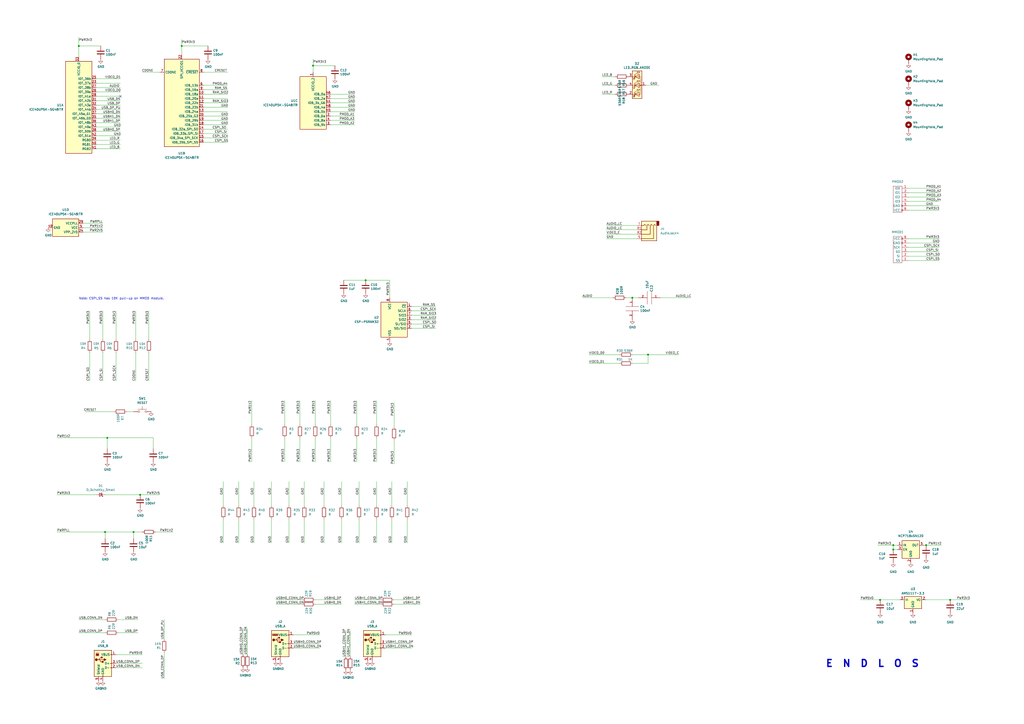
<source format=kicad_sch>
(kicad_sch (version 20231120) (generator "eeschema") (generator_version "8.0")
  (paper "A2")
  (title_block (date "2023-02-26"))
  (junction (at 510.54 347.98))
  (junction (at 375.92 205.74))
  (junction (at 60.96 308.61))
  (junction (at 77.47 308.61))
  (junction (at 105.41 26.67))
  (junction (at 537.21 316.23))
  (junction (at 551.18 347.98))
  (junction (at 62.23 254))
  (junction (at 366.776 172.72))
  (junction (at 518.16 318.77))
  (junction (at 212.09 162.56))
  (junction (at 81.28 287.02))
  (junction (at 181.61 38.1))
  (junction (at 45.72 26.67))
  (junction (at 518.16 316.23))
  (no_connect (at 69.85 55.88))
  (wire (pts (xy 55.88 53.34) (xy 69.85 53.34)))
  (wire (pts (xy 238.76 177.8) (xy 252.73 177.8)))
  (wire (pts (xy 191.77 246.38) (xy 191.77 232.41)))
  (wire (pts (xy 55.88 63.5) (xy 69.85 63.5)))
  (wire (pts (xy 537.21 347.98) (xy 551.18 347.98)))
  (wire (pts (xy 191.77 54.61) (xy 205.74 54.61)))
  (wire (pts (xy 223.52 368.3) (xy 238.76 368.3)))
  (wire (pts (xy 55.88 58.42) (xy 69.85 58.42)))
  (wire (pts (xy 118.11 49.53) (xy 132.08 49.53)))
  (wire (pts (xy 191.77 59.69) (xy 205.74 59.69)))
  (wire (pts (xy 544.83 119.38) (xy 527.05 119.38)))
  (wire (pts (xy 55.88 71.12) (xy 69.85 71.12)))
  (wire (pts (xy 182.88 350.52) (xy 198.12 350.52)))
  (wire (pts (xy 55.88 86.36) (xy 69.85 86.36)))
  (wire (pts (xy 48.26 134.62) (xy 59.69 134.62)))
  (wire (pts (xy 118.11 77.47) (xy 132.08 77.47)))
  (wire (pts (xy 118.11 82.55) (xy 132.08 82.55)))
  (wire (pts (xy 138.43 293.37) (xy 138.43 279.4)))
  (wire (pts (xy 45.72 21.59) (xy 45.72 26.67)))
  (wire (pts (xy 218.44 314.96) (xy 218.44 300.99)))
  (wire (pts (xy 544.83 143.51) (xy 527.05 143.51)))
  (wire (pts (xy 143.51 379.73) (xy 143.51 364.49)))
  (wire (pts (xy 544.83 140.97) (xy 527.05 140.97)))
  (wire (pts (xy 67.31 220.98) (xy 67.31 204.47)))
  (wire (pts (xy 118.11 74.93) (xy 132.08 74.93)))
  (wire (pts (xy 218.44 267.97) (xy 218.44 254)))
  (wire (pts (xy 118.11 54.61) (xy 132.08 54.61)))
  (wire (pts (xy 499.11 347.98) (xy 510.54 347.98)))
  (wire (pts (xy 55.88 48.26) (xy 69.85 48.26)))
  (wire (pts (xy 160.02 350.52) (xy 175.26 350.52)))
  (wire (pts (xy 238.76 190.5) (xy 252.73 190.5)))
  (wire (pts (xy 544.83 109.22) (xy 527.05 109.22)))
  (wire (pts (xy 544.83 146.05) (xy 527.05 146.05)))
  (wire (pts (xy 45.72 367.03) (xy 60.96 367.03)))
  (wire (pts (xy 191.77 67.31) (xy 205.74 67.31)))
  (wire (pts (xy 228.6 347.98) (xy 243.84 347.98)))
  (wire (pts (xy 45.72 26.67) (xy 45.72 33.02)))
  (wire (pts (xy 191.77 64.77) (xy 205.74 64.77)))
  (wire (pts (xy 367.03 210.82) (xy 375.92 210.82)))
  (wire (pts (xy 55.88 78.74) (xy 69.85 78.74)))
  (wire (pts (xy 205.74 350.52) (xy 220.98 350.52)))
  (wire (pts (xy 191.77 267.97) (xy 191.77 254)))
  (wire (pts (xy 228.6 247.65) (xy 228.6 233.68)))
  (wire (pts (xy 203.2 381) (xy 203.2 365.76)))
  (wire (pts (xy 67.31 379.73) (xy 82.55 379.73)))
  (wire (pts (xy 165.1 267.97) (xy 165.1 254)))
  (wire (pts (xy 129.54 314.96) (xy 129.54 300.99)))
  (wire (pts (xy 238.76 187.96) (xy 252.73 187.96)))
  (wire (pts (xy 509.27 316.23) (xy 518.16 316.23)))
  (wire (pts (xy 374.65 49.53) (xy 382.27 49.53)))
  (wire (pts (xy 33.02 308.61) (xy 60.96 308.61)))
  (wire (pts (xy 369.57 130.81) (xy 351.79 130.81)))
  (wire (pts (xy 45.72 359.41) (xy 60.96 359.41)))
  (wire (pts (xy 544.83 148.59) (xy 527.05 148.59)))
  (wire (pts (xy 48.26 132.08) (xy 59.69 132.08)))
  (wire (pts (xy 68.58 367.03) (xy 80.01 367.03)))
  (wire (pts (xy 173.99 267.97) (xy 173.99 254)))
  (wire (pts (xy 105.41 26.67) (xy 120.65 26.67)))
  (wire (pts (xy 369.57 133.35) (xy 351.79 133.35)))
  (wire (pts (xy 537.21 316.23) (xy 546.1 316.23)))
  (wire (pts (xy 157.48 293.37) (xy 157.48 279.4)))
  (wire (pts (xy 81.28 287.02) (xy 92.71 287.02)))
  (wire (pts (xy 355.6 172.72) (xy 337.82 172.72)))
  (wire (pts (xy 48.26 129.54) (xy 59.69 129.54)))
  (wire (pts (xy 181.61 34.29) (xy 181.61 38.1)))
  (wire (pts (xy 356.87 54.61) (xy 349.25 54.61)))
  (wire (pts (xy 170.18 373.38) (xy 185.42 373.38)))
  (wire (pts (xy 226.06 172.72) (xy 226.06 162.56)))
  (wire (pts (xy 356.87 44.45) (xy 349.25 44.45)))
  (wire (pts (xy 191.77 72.39) (xy 205.74 72.39)))
  (wire (pts (xy 236.22 314.96) (xy 236.22 300.99)))
  (wire (pts (xy 147.32 293.37) (xy 147.32 279.4)))
  (wire (pts (xy 105.41 22.86) (xy 105.41 26.67)))
  (wire (pts (xy 207.01 267.97) (xy 207.01 254)))
  (wire (pts (xy 205.74 347.98) (xy 220.98 347.98)))
  (wire (pts (xy 375.92 205.74) (xy 393.7 205.74)))
  (wire (pts (xy 165.1 246.38) (xy 165.1 232.41)))
  (wire (pts (xy 187.96 293.37) (xy 187.96 279.4)))
  (wire (pts (xy 118.11 80.01) (xy 132.08 80.01)))
  (wire (pts (xy 59.69 220.98) (xy 59.69 204.47)))
  (wire (pts (xy 369.57 135.89) (xy 351.79 135.89)))
  (wire (pts (xy 118.11 69.85) (xy 132.08 69.85)))
  (wire (pts (xy 238.76 185.42) (xy 252.73 185.42)))
  (wire (pts (xy 60.96 287.02) (xy 81.28 287.02)))
  (wire (pts (xy 73.66 238.76) (xy 77.47 238.76)))
  (wire (pts (xy 167.64 314.96) (xy 167.64 300.99)))
  (wire (pts (xy 118.11 67.31) (xy 132.08 67.31)))
  (wire (pts (xy 118.11 64.77) (xy 132.08 64.77)))
  (wire (pts (xy 535.94 316.23) (xy 537.21 316.23)))
  (wire (pts (xy 359.41 205.74) (xy 341.63 205.74)))
  (wire (pts (xy 78.74 204.47) (xy 78.74 220.98)))
  (wire (pts (xy 90.17 308.61) (xy 100.33 308.61)))
  (wire (pts (xy 200.66 381) (xy 200.66 365.76)))
  (wire (pts (xy 118.11 41.91) (xy 132.08 41.91)))
  (wire (pts (xy 118.11 52.07) (xy 132.08 52.07)))
  (wire (pts (xy 66.04 238.76) (xy 49.53 238.76)))
  (wire (pts (xy 510.54 347.98) (xy 521.97 347.98)))
  (wire (pts (xy 78.74 180.34) (xy 78.74 196.85)))
  (wire (pts (xy 82.55 41.91) (xy 92.71 41.91)))
  (wire (pts (xy 187.96 314.96) (xy 187.96 300.99)))
  (wire (pts (xy 33.02 287.02) (xy 55.88 287.02)))
  (wire (pts (xy 194.31 38.1) (xy 181.61 38.1)))
  (wire (pts (xy 218.44 246.38) (xy 218.44 232.41)))
  (wire (pts (xy 62.23 254) (xy 88.9 254)))
  (wire (pts (xy 369.57 138.43) (xy 351.79 138.43)))
  (wire (pts (xy 52.07 196.85) (xy 52.07 180.34)))
  (wire (pts (xy 182.88 347.98) (xy 198.12 347.98)))
  (wire (pts (xy 55.88 60.96) (xy 69.85 60.96)))
  (wire (pts (xy 173.99 246.38) (xy 173.99 232.41)))
  (wire (pts (xy 544.83 111.76) (xy 527.05 111.76)))
  (wire (pts (xy 383.032 172.72) (xy 400.812 172.72)))
  (wire (pts (xy 147.32 314.96) (xy 147.32 300.99)))
  (wire (pts (xy 55.88 73.66) (xy 69.85 73.66)))
  (wire (pts (xy 223.52 373.38) (xy 238.76 373.38)))
  (wire (pts (xy 518.16 318.77) (xy 518.16 316.23)))
  (wire (pts (xy 238.76 182.88) (xy 252.73 182.88)))
  (wire (pts (xy 55.88 45.72) (xy 69.85 45.72)))
  (wire (pts (xy 227.33 314.96) (xy 227.33 300.99)))
  (wire (pts (xy 138.43 314.96) (xy 138.43 300.99)))
  (wire (pts (xy 356.87 49.53) (xy 349.25 49.53)))
  (wire (pts (xy 58.42 26.67) (xy 45.72 26.67)))
  (wire (pts (xy 176.53 293.37) (xy 176.53 279.4)))
  (wire (pts (xy 544.83 151.13) (xy 527.05 151.13)))
  (wire (pts (xy 68.58 359.41) (xy 80.01 359.41)))
  (wire (pts (xy 367.03 205.74) (xy 375.92 205.74)))
  (wire (pts (xy 236.22 293.37) (xy 236.22 279.4)))
  (wire (pts (xy 146.05 267.97) (xy 146.05 254)))
  (wire (pts (xy 129.54 293.37) (xy 129.54 279.4)))
  (wire (pts (xy 67.31 387.35) (xy 82.55 387.35)))
  (wire (pts (xy 226.06 162.56) (xy 212.09 162.56)))
  (wire (pts (xy 198.12 314.96) (xy 198.12 300.99)))
  (wire (pts (xy 118.11 59.69) (xy 132.08 59.69)))
  (wire (pts (xy 544.83 116.84) (xy 527.05 116.84)))
  (wire (pts (xy 191.77 69.85) (xy 205.74 69.85)))
  (wire (pts (xy 170.18 375.92) (xy 185.42 375.92)))
  (wire (pts (xy 375.92 210.82) (xy 375.92 205.74)))
  (wire (pts (xy 95.25 370.84) (xy 95.25 359.41)))
  (wire (pts (xy 55.88 76.2) (xy 69.85 76.2)))
  (wire (pts (xy 170.18 368.3) (xy 185.42 368.3)))
  (wire (pts (xy 55.88 50.8) (xy 69.85 50.8)))
  (wire (pts (xy 191.77 57.15) (xy 205.74 57.15)))
  (wire (pts (xy 67.31 196.85) (xy 67.31 180.34)))
  (wire (pts (xy 518.16 316.23) (xy 520.7 316.23)))
  (wire (pts (xy 199.39 162.56) (xy 212.09 162.56)))
  (wire (pts (xy 33.02 254) (xy 62.23 254)))
  (wire (pts (xy 59.69 196.85) (xy 59.69 180.34)))
  (wire (pts (xy 86.36 180.34) (xy 86.36 196.85)))
  (wire (pts (xy 55.88 68.58) (xy 69.85 68.58)))
  (wire (pts (xy 55.88 66.04) (xy 69.85 66.04)))
  (wire (pts (xy 208.28 293.37) (xy 208.28 279.4)))
  (wire (pts (xy 544.83 138.43) (xy 527.05 138.43)))
  (wire (pts (xy 157.48 314.96) (xy 157.48 300.99)))
  (wire (pts (xy 520.7 318.77) (xy 518.16 318.77)))
  (wire (pts (xy 551.18 347.98) (xy 562.61 347.98)))
  (wire (pts (xy 77.47 308.61) (xy 82.55 308.61)))
  (wire (pts (xy 118.11 72.39) (xy 132.08 72.39)))
  (wire (pts (xy 60.96 312.42) (xy 60.96 308.61)))
  (wire (pts (xy 146.05 246.38) (xy 146.05 232.41)))
  (wire (pts (xy 52.07 220.98) (xy 52.07 204.47)))
  (wire (pts (xy 60.96 308.61) (xy 77.47 308.61)))
  (wire (pts (xy 67.31 384.81) (xy 82.55 384.81)))
  (wire (pts (xy 55.88 81.28) (xy 69.85 81.28)))
  (wire (pts (xy 95.25 393.7) (xy 95.25 378.46)))
  (wire (pts (xy 77.47 312.42) (xy 77.47 308.61)))
  (wire (pts (xy 227.33 293.37) (xy 227.33 279.4)))
  (wire (pts (xy 118.11 62.23) (xy 132.08 62.23)))
  (wire (pts (xy 86.36 204.47) (xy 86.36 220.98)))
  (wire (pts (xy 181.61 38.1) (xy 181.61 41.91)))
  (wire (pts (xy 88.9 260.35) (xy 88.9 254)))
  (wire (pts (xy 160.02 347.98) (xy 175.26 347.98)))
  (wire (pts (xy 198.12 293.37) (xy 198.12 279.4)))
  (wire (pts (xy 359.41 210.82) (xy 341.63 210.82)))
  (wire (pts (xy 223.52 375.92) (xy 238.76 375.92)))
  (wire (pts (xy 191.77 62.23) (xy 205.74 62.23)))
  (wire (pts (xy 62.23 260.35) (xy 62.23 254)))
  (wire (pts (xy 218.44 293.37) (xy 218.44 279.4)))
  (wire (pts (xy 140.97 379.73) (xy 140.97 364.49)))
  (wire (pts (xy 544.83 114.3) (xy 527.05 114.3)))
  (wire (pts (xy 55.88 83.82) (xy 69.85 83.82)))
  (wire (pts (xy 182.88 267.97) (xy 182.88 254)))
  (wire (pts (xy 105.41 26.67) (xy 105.41 31.75)))
  (wire (pts (xy 182.88 246.38) (xy 182.88 232.41)))
  (wire (pts (xy 207.01 246.38) (xy 207.01 232.41)))
  (wire (pts (xy 118.11 57.15) (xy 132.08 57.15)))
  (wire (pts (xy 366.776 172.72) (xy 370.332 172.72)))
  (wire (pts (xy 208.28 314.96) (xy 208.28 300.99)))
  (wire (pts (xy 544.83 121.92) (xy 527.05 121.92)))
  (wire (pts (xy 228.6 350.52) (xy 243.84 350.52)))
  (wire (pts (xy 176.53 314.96) (xy 176.53 300.99)))
  (wire (pts (xy 363.22 172.72) (xy 366.776 172.72)))
  (wire (pts (xy 55.88 55.88) (xy 69.85 55.88)))
  (wire (pts (xy 167.64 293.37) (xy 167.64 279.4)))
  (wire (pts (xy 228.6 269.24) (xy 228.6 255.27)))
  (wire (pts (xy 238.76 180.34) (xy 252.73 180.34)))
  (text "E  N  D  L  O  S" (at 478.79 387.35 0) (effects (font (size 4 4) (thickness 0.8) (bold yes)) (justify left bottom)))
  (text "Note: CSPI_SS has 10K pull-up on MMOD module." (at 45.72 173.99 0) (effects (font (size 1.27 1.27)) (justify left bottom)))
  (label "CRESET" (at 124.46 41.91 0))
  (label "CSPI_SI" (at 124.46 77.47 0))
  (label "CDONE" (at 88.9 41.91 180))
  (label "VIDEO_C" (at 386.08 205.74 0))
  (label "USB_CONN_DN" (at 45.72 359.41 0))
  (label "PMOD_A4" (at 537.21 116.84 0))
  (label "PWR5V0" (at 74.93 379.73 0))
  (label "CSPI_SI" (at 59.69 220.98 90))
  (label "USB_DP" (at 72.39 367.03 0))
  (label "USBH1_DP" (at 233.68 347.98 0))
  (label "CSPI_SCK" (at 123.19 80.01 0))
  (label "CSPI_SCK" (at 243.84 180.34 0))
  (label "CRESET" (at 86.36 220.98 90))
  (label "USBH1_CONN_DP" (at 200.66 381 90))
  (label "PWR3V3" (at 86.36 187.96 90))
  (label "AUDIO" (at 337.82 172.72 0))
  (label "USBH0_CONN_DN" (at 143.51 379.73 90))
  (label "RAM_SIO2" (at 123.19 54.61 0))
  (label "RAM_SS" (at 124.46 52.07 0))
  (label "GND" (at 128.27 72.39 0))
  (label "VIDEO_D0" (at 341.63 205.74 0))
  (label "PWR3V3" (at 45.72 24.13 0))
  (label "RAM_SIO3" (at 123.19 59.69 0))
  (label "LED_R" (at 349.25 54.61 0))
  (label "RAM_SS" (at 245.11 177.8 0))
  (label "PWR3V3" (at 173.99 267.97 90))
  (label "GND" (at 377.19 49.53 0))
  (label "USBH1_CONN_DN" (at 223.52 375.92 0))
  (label "GND" (at 208.28 287.02 90))
  (label "PWR3V3" (at 67.31 187.96 90))
  (label "PWR3V3" (at 218.44 267.97 90))
  (label "USBH0_DP" (at 59.69 76.2 0))
  (label "USBH0_CONN_DN" (at 170.18 375.92 0))
  (label "PWR3V3" (at 173.99 240.03 90))
  (label "PWR3V3" (at 207.01 267.97 90))
  (label "USBH0_CONN_DP" (at 140.97 379.73 90))
  (label "VIDEO_D1" (at 341.63 210.82 0))
  (label "RAM_SIO3" (at 243.84 182.88 0))
  (label "GND" (at 541.02 140.97 0))
  (label "PWR3V3" (at 181.61 36.83 0))
  (label "PMOD_A3" (at 537.21 114.3 0))
  (label "GND" (at 138.43 314.96 90))
  (label "PWR1V2" (at 146.05 267.97 90))
  (label "USB_DP_PU" (at 95.25 370.84 90))
  (label "GND" (at 227.33 287.02 90))
  (label "GND" (at 198.12 287.02 90))
  (label "VIDEO_D1" (at 60.96 45.72 0))
  (label "PWR1V2" (at 538.48 316.23 0))
  (label "GND" (at 537.21 119.38 0))
  (label "PWR2V5" (at 59.69 134.62 180))
  (label "PMOD_A1" (at 196.85 67.31 0))
  (label "PWR5V0" (at 177.8 368.3 0))
  (label "CSPI_SS" (at 537.21 151.13 0))
  (label "PWR3V3" (at 59.69 187.96 90))
  (label "PMOD_A2" (at 196.85 72.39 0))
  (label "USB_CONN_DN" (at 67.31 387.35 0))
  (label "PWR3V3" (at 191.77 240.03 90))
  (label "USBH0_CONN_DN" (at 160.02 350.52 0))
  (label "GND" (at 198.12 314.96 90))
  (label "AUDIO_LC" (at 391.922 172.72 0))
  (label "GND" (at 167.64 287.02 90))
  (label "GND" (at 201.93 64.77 0))
  (label "GND" (at 236.22 287.02 90))
  (label "USBH1_CONN_DN" (at 205.74 350.52 0))
  (label "GND" (at 227.33 314.96 90))
  (label "USBH1_CONN_DP" (at 205.74 347.98 0))
  (label "CSPI_SI" (at 245.11 190.5 0))
  (label "GND" (at 201.93 57.15 0))
  (label "USBH1_DN" (at 233.68 350.52 0))
  (label "PWR3V3" (at 105.41 25.4 0))
  (label "PWR3V3" (at 191.77 267.97 90))
  (label "GND" (at 236.22 314.96 90))
  (label "PWR3V3" (at 165.1 240.03 90))
  (label "PWR1V2" (at 59.69 132.08 180))
  (label "GND" (at 157.48 314.96 90))
  (label "USB_DN" (at 72.39 359.41 0))
  (label "GND" (at 128.27 62.23 0))
  (label "GND" (at 167.64 314.96 90))
  (label "GND" (at 129.54 287.02 90))
  (label "CSPI_SO" (at 537.21 148.59 0))
  (label "CRESET" (at 55.88 238.76 180))
  (label "USBH1_DN" (at 59.69 68.58 0))
  (label "GND" (at 176.53 287.02 90))
  (label "PWR3V3" (at 554.99 347.98 0))
  (label "GND" (at 147.32 314.96 90))
  (label "GND" (at 187.96 314.96 90))
  (label "GND" (at 138.43 287.02 90))
  (label "PWR3V3" (at 228.6 269.24 90))
  (label "PWR3V3" (at 537.21 138.43 0))
  (label "PWRPLL" (at 59.69 129.54 180))
  (label "GND" (at 218.44 287.02 90))
  (label "USBH1_CONN_DN" (at 203.2 381 90))
  (label "PWR3V3" (at 228.6 241.3 90))
  (label "CSPI_SI" (at 537.21 146.05 0))
  (label "GND" (at 129.54 314.96 90))
  (label "PWR3V3" (at 226.06 171.45 90))
  (label "GND" (at 66.04 73.66 0))
  (label "CDONE" (at 78.74 220.98 90))
  (label "GND" (at 66.04 78.74 0))
  (label "PWR3V3" (at 78.74 187.96 90))
  (label "USB_CONN_DP" (at 95.25 393.7 90))
  (label "USB_CONN_DP" (at 45.72 367.03 0))
  (label "PWR3V3" (at 182.88 240.03 90))
  (label "PMOD_A4" (at 123.19 49.53 0))
  (label "PWR1V2" (at 33.02 254 0))
  (label "USB_DP_PU" (at 69.85 63.5 180))
  (label "AUDIO" (at 63.5 50.8 0))
  (label "USBH0_CONN_DP" (at 160.02 347.98 0))
  (label "PWR3V3" (at 165.1 267.97 90))
  (label "PWRPLL" (at 33.02 308.61 0))
  (label "LED_G" (at 349.25 49.53 0))
  (label "GND" (at 201.93 62.23 0))
  (label "CSPI_SO" (at 245.11 187.96 0))
  (label "PWR3V3" (at 207.01 240.03 90))
  (label "GND" (at 201.93 59.69 0))
  (label "PWR3V3" (at 182.88 267.97 90))
  (label "USBH0_DN" (at 59.69 66.04 0))
  (label "PMOD_A3" (at 196.85 69.85 0))
  (label "CSPI_SO" (at 123.19 74.93 0))
  (label "CSPI_SCK" (at 535.94 143.51 0))
  (label "GND" (at 201.93 54.61 0))
  (label "GND" (at 128.27 67.31 0))
  (label "GND" (at 176.53 314.96 90))
  (label "CSPI_SS" (at 124.46 82.55 0))
  (label "USBH1_DP" (at 59.69 71.12 0))
  (label "USBH0_CONN_DP" (at 170.18 373.38 0))
  (label "USB_DP" (at 62.23 60.96 0))
  (label "LED_G" (at 63.5 83.82 0))
  (label "PWR5V0" (at 499.11 347.98 0))
  (label "USBH0_DP" (at 187.96 347.98 0))
  (label "RAM_SIO2" (at 243.84 185.42 0))
  (label "PMOD_A1" (at 537.21 109.22 0))
  (label "GND" (at 147.32 287.02 90))
  (label "GND" (at 157.48 287.02 90))
  (label "GND" (at 208.28 314.96 90))
  (label "PMOD_A2" (at 537.21 111.76 0))
  (label "USB_CONN_DP" (at 67.31 384.81 0))
  (label "GND" (at 351.79 138.43 0))
  (label "PWR3V3" (at 537.21 121.92 0))
  (label "USB_DN" (at 62.23 58.42 0))
  (label "USBH0_DN" (at 187.96 350.52 0))
  (label "PWR3V3" (at 52.07 187.96 90))
  (label "CSPI_SO" (at 52.07 220.98 90))
  (label "AUDIO_LC" (at 351.79 133.35 0))
  (label "PWR5V0" (at 231.14 368.3 0))
  (label "USBH1_CONN_DP" (at 223.52 373.38 0))
  (label "GND" (at 218.44 314.96 90))
  (label "PWR3V3" (at 509.27 316.23 0))
  (label "VIDEO_D0" (at 60.96 53.34 0))
  (label "GND" (at 187.96 287.02 90))
  (label "PWR1V2" (at 92.71 308.61 0))
  (label "LED_R" (at 63.5 81.28 0))
  (label "CSPI_SCK" (at 67.31 220.98 90))
  (label "PWR3V3" (at 218.44 240.03 90))
  (label "PWR1V2" (at 146.05 240.03 90))
  (label "VIDEO_C" (at 351.79 135.89 0))
  (label "LED_B" (at 63.5 86.36 0))
  (label "LED_B" (at 349.25 44.45 0))
  (label "PWR3V3" (at 33.02 287.02 0))
  (label "PWR2V5" (at 85.09 287.02 0))
  (label "AUDIO_LC" (at 351.79 130.81 0))
  (label "GND" (at 128.27 69.85 0))
  (symbol (lib_id "power:GND") (at 77.47 320.04 0) (unit 1)
    (property "Reference" "#PWR07" (effects (hide yes)))
    (property "Value" "GND" (at 77.597 324.4342 0))
  )
  (symbol (lib_id "Device:R") (at 78.74 200.66 180) (unit 1)
    (property "Reference" "R10" (at 76.962 201.8284 0) (effects (justify left)))
    (property "Value" "10K" (at 76.962 199.517 0) (effects (justify left)))
    (property "Footprint" "Resistor_SMD:R_0603_1608Metric" (effects (hide yes)))
  )
  (symbol (lib_id "Device:R") (at 86.36 200.66 180) (unit 1)
    (property "Reference" "R12" (at 84.582 201.8284 0) (effects (justify left)))
    (property "Value" "10K" (at 84.582 199.517 0) (effects (justify left)))
    (property "Footprint" "Resistor_SMD:R_0603_1608Metric" (effects (hide yes)))
  )
  (symbol (lib_id "Device:C") (at 62.23 264.16 0) (unit 1)
    (property "Reference" "C3" (at 65.151 262.9916 0) (effects (justify left)))
    (property "Value" "100nF" (at 65.151 265.303 0) (effects (justify left)))
    (property "Footprint" "Capacitor_SMD:C_0603_1608Metric" (effects (hide yes)))
  )
  (symbol (lib_id "Device:C") (at 81.28 290.83 0) (unit 1)
    (property "Reference" "C6" (at 84.201 289.6616 0) (effects (justify left)))
    (property "Value" "100nF" (at 84.201 291.973 0) (effects (justify left)))
    (property "Footprint" "Capacitor_SMD:C_0603_1608Metric" (effects (hide yes)))
  )
  (symbol (lib_id "power:GND") (at 60.96 320.04 0) (unit 1)
    (property "Reference" "#PWR04" (effects (hide yes)))
    (property "Value" "GND" (at 61.087 324.4342 0))
  )
  (symbol (lib_id "power:GND") (at 62.23 267.97 0) (unit 1)
    (property "Reference" "#PWR05" (effects (hide yes)))
    (property "Value" "GND" (at 62.357 272.3642 0))
  )
  (symbol (lib_id "power:GND") (at 27.94 132.08 0) (unit 1)
    (property "Reference" "#PWR01" (effects (hide yes)))
    (property "Value" "GND" (at 28.067 136.4742 0))
  )
  (symbol (lib_id "Device:C") (at 194.31 41.91 0) (unit 1)
    (property "Reference" "C12" (at 197.231 40.7416 0) (effects (justify left)))
    (property "Value" "100nF" (at 197.231 43.053 0) (effects (justify left)))
    (property "Footprint" "Capacitor_SMD:C_0603_1608Metric" (effects (hide yes)))
  )
  (symbol (lib_id "power:GND") (at 194.31 45.72 0) (unit 1)
    (property "Reference" "#PWR018" (effects (hide yes)))
    (property "Value" "GND" (at 194.437 50.1142 0))
  )
  (symbol (lib_id "Device:C") (at 120.65 30.48 0) (unit 1)
    (property "Reference" "C9" (at 123.571 29.3116 0) (effects (justify left)))
    (property "Value" "100nF" (at 123.571 31.623 0) (effects (justify left)))
    (property "Footprint" "Capacitor_SMD:C_0603_1608Metric" (effects (hide yes)))
  )
  (symbol (lib_id "power:GND") (at 120.65 34.29 0) (unit 1)
    (property "Reference" "#PWR014" (effects (hide yes)))
    (property "Value" "GND" (at 120.777 38.6842 0))
  )
  (symbol (lib_id "Device:C") (at 58.42 30.48 0) (unit 1)
    (property "Reference" "C1" (at 61.341 29.3116 0) (effects (justify left)))
    (property "Value" "100nF" (at 61.341 31.623 0) (effects (justify left)))
    (property "Footprint" "Capacitor_SMD:C_0603_1608Metric" (effects (hide yes)))
  )
  (symbol (lib_id "power:GND") (at 58.42 34.29 0) (unit 1)
    (property "Reference" "#PWR03" (effects (hide yes)))
    (property "Value" "GND" (at 58.547 38.6842 0))
  )
  (symbol (lib_id "Device:D_Schottky_Small") (at 58.42 287.02 180) (unit 1)
    (property "Reference" "D1" (at 58.42 281.813 0))
    (property "Value" "D_Schottky_Small" (at 58.42 284.1244 0))
    (property "Footprint" "Diode_SMD:D_0603_1608Metric" (effects (hide yes)))
  )
  (symbol (lib_id "power:GND") (at 81.28 294.64 0) (unit 1)
    (property "Reference" "#PWR08" (effects (hide yes)))
    (property "Value" "GND" (at 81.407 299.0342 0))
  )
  (symbol (lib_id "Device:R") (at 67.31 200.66 180) (unit 1)
    (property "Reference" "R6" (at 63.5 201.93 0))
    (property "Value" "10K" (at 63.5 199.39 0))
    (property "Footprint" "Resistor_SMD:R_0603_1608Metric" (effects (hide yes)))
  )
  (symbol (lib_id "FPGA_Lattice:ICE40UP5K-SG48ITR") (at 181.61 59.69 0) (mirror y) (unit 3)
    (property "Reference" "U1" (at 172.72 58.4199 0) (effects (justify left)))
    (property "Value" "ICE40UP5K-SG48ITR" (at 172.72 60.9599 0) (effects (justify left)))
    (property "Footprint" "Package_DFN_QFN:QFN-48-1EP_7x7mm_P0.5mm_EP5.6x5.6mm" (effects (hide yes)))
    (property "Datasheet" "http://www.latticesemi.com/Products/FPGAandCPLD/iCE40Ultra" (effects (hide yes)))
  )
  (symbol (lib_id "Device:R") (at 218.44 250.19 0) (unit 1)
    (property "Reference" "R24" (at 220.98 248.9199 0) (effects (justify left)))
    (property "Value" "R" (at 220.98 251.4599 0) (effects (justify left)))
    (property "Footprint" "Resistor_SMD:R_1206_3216Metric" (effects (hide yes)))
    (property "Description" "Resistor" (effects (hide yes)))
  )
  (symbol (lib_id "power:GND") (at 87.63 238.76 0) (unit 1)
    (property "Reference" "#PWR010" (effects (hide yes)))
    (property "Value" "GND" (at 87.757 243.1542 0))
  )
  (symbol (lib_id "Device:R") (at 167.64 297.18 0) (unit 1)
    (property "Reference" "R35" (at 170.18 295.9099 0) (effects (justify left)))
    (property "Value" "R" (at 170.18 298.4499 0) (effects (justify left)))
    (property "Footprint" "Resistor_SMD:R_0603_1608Metric" (effects (hide yes)))
    (property "Description" "Resistor" (effects (hide yes)))
  )
  (symbol (lib_id "power:GND") (at 551.18 355.6 0) (unit 1)
    (property "Reference" "#PWR030" (effects (hide yes)))
    (property "Value" "GND" (at 551.18 360.934 0))
  )
  (symbol (lib_id "pspice:C") (at 376.682 172.72 270) (unit 1)
    (property "Reference" "C13" (at 377.952 165.354 0) (effects (justify left)))
    (property "Value" "10uF" (at 375.412 162.56 0) (effects (justify left)))
    (property "Footprint" "Capacitor_SMD:C_0603_1608Metric" (effects (hide yes)))
  )
  (symbol (lib_id "power:GND") (at 57.15 394.97 0) (unit 1)
    (property "Reference" "#PWR09" (effects (hide yes)))
    (property "Value" "GND" (at 57.277 399.3642 0))
  )
  (symbol (lib_id "Device:R") (at 207.01 250.19 0) (unit 1)
    (property "Reference" "R23" (at 209.55 248.9199 0) (effects (justify left)))
    (property "Value" "R" (at 209.55 251.4599 0) (effects (justify left)))
    (property "Footprint" "Resistor_SMD:R_1206_3216Metric" (effects (hide yes)))
    (property "Description" "Resistor" (effects (hide yes)))
  )
  (symbol (lib_id "power:GND") (at 527.05 36.83 0) (unit 1)
    (property "Reference" "#PWR022" (effects (hide yes)))
    (property "Value" "GND" (at 527.05 41.402 0))
  )
  (symbol (lib_id "power:GND") (at 213.36 383.54 0) (unit 1)
    (property "Reference" "#PWR024" (effects (hide yes)))
    (property "Value" "GND" (at 213.487 387.9342 0))
  )
  (symbol (lib_id "Device:R") (at 218.44 297.18 0) (unit 1)
    (property "Reference" "R38" (at 220.98 295.9099 0) (effects (justify left)))
    (property "Value" "R" (at 220.98 298.4499 0) (effects (justify left)))
    (property "Footprint" "Resistor_SMD:R_1206_3216Metric" (effects (hide yes)))
    (property "Description" "Resistor" (effects (hide yes)))
  )
  (symbol (lib_id "Device:R") (at 52.07 200.66 180) (unit 1)
    (property "Reference" "R4" (at 48.26 201.93 0))
    (property "Value" "10K" (at 48.26 199.39 0))
    (property "Footprint" "Resistor_SMD:R_0603_1608Metric" (effects (hide yes)))
  )
  (symbol (lib_id "Device:R") (at 179.07 347.98 270) (unit 1)
    (property "Reference" "R19" (at 180.1114 342.392 0) (effects (justify left)))
    (property "Value" "22R" (at 177.8 342.392 0) (effects (justify left)))
    (property "Footprint" "Resistor_SMD:R_0603_1608Metric" (effects (hide yes)))
  )
  (symbol (lib_id "Device:R") (at 200.66 384.81 180) (unit 1)
    (property "Reference" "R14" (at 198.882 385.9784 0) (effects (justify left)))
    (property "Value" "15K" (at 198.882 383.667 0) (effects (justify left)))
    (property "Footprint" "Resistor_SMD:R_0603_1608Metric" (effects (hide yes)))
  )
  (symbol (lib_id "Connector:USB_A") (at 215.9 373.38 0) (unit 1)
    (property "Reference" "J3" (at 215.9 360.68 0))
    (property "Value" "USB_A" (at 215.9 363.22 0))
    (property "Footprint" "LD-USBA:SAMTEC_USB-A-S-X-X-SM2" (effects (hide yes)))
    (property "Description" "USB Type A connector" (effects (hide yes)))
  )
  (symbol (lib_id "power:GND") (at 537.21 323.85 0) (unit 1)
    (property "Reference" "#PWR029" (effects (hide yes)))
    (property "Value" "GND" (at 537.21 329.184 0))
  )
  (symbol (lib_id "power:GND") (at 518.16 326.39 0) (unit 1)
    (property "Reference" "#PWR025" (effects (hide yes)))
    (property "Value" "GND" (at 518.16 331.724 0))
  )
  (symbol (lib_id "Device:C") (at 199.39 166.37 0) (unit 1)
    (property "Reference" "C11" (at 202.311 165.2016 0) (effects (justify left)))
    (property "Value" "1uF" (at 202.311 167.513 0) (effects (justify left)))
    (property "Footprint" "Capacitor_SMD:C_0603_1608Metric" (effects (hide yes)))
  )
  (symbol (lib_id "power:GND") (at 203.2 388.62 0) (unit 1)
    (property "Reference" "#PWR034" (effects (hide yes)))
    (property "Value" "GND" (at 203.327 393.0142 0))
  )
  (symbol (lib_id "Device:R") (at 224.79 347.98 270) (unit 1)
    (property "Reference" "R21" (at 225.8314 342.392 0) (effects (justify left)))
    (property "Value" "22R" (at 223.52 342.392 0) (effects (justify left)))
    (property "Footprint" "Resistor_SMD:R_0603_1608Metric" (effects (hide yes)))
  )
  (symbol (lib_id "power:GND") (at 212.09 170.18 0) (unit 1)
    (property "Reference" "#PWR017" (effects (hide yes)))
    (property "Value" "GND" (at 212.217 174.5742 0))
  )
  (symbol (lib_id "power:GND") (at 226.06 198.12 0) (unit 1)
    (property "Reference" "#PWR019" (effects (hide yes)))
    (property "Value" "GND" (at 226.187 202.5142 0))
  )
  (symbol (lib_id "Device:R") (at 138.43 297.18 0) (unit 1)
    (property "Reference" "R43" (at 140.97 295.9099 0) (effects (justify left)))
    (property "Value" "R" (at 140.97 298.4499 0) (effects (justify left)))
    (property "Footprint" "Resistor_SMD:R_0603_1608Metric" (effects (hide yes)))
    (property "Description" "Resistor" (effects (hide yes)))
  )
  (symbol (lib_id "Device:R") (at 59.69 200.66 180) (unit 1)
    (property "Reference" "R5" (at 55.88 201.93 0))
    (property "Value" "10K" (at 55.88 199.39 0))
    (property "Footprint" "Resistor_SMD:R_0603_1608Metric" (effects (hide yes)))
  )
  (symbol (lib_id "power:GND") (at 162.56 383.54 0) (unit 1)
    (property "Reference" "#PWR021" (effects (hide yes)))
    (property "Value" "GND" (at 162.687 387.9342 0))
  )
  (symbol (lib_id "Device:R") (at 147.32 297.18 0) (unit 1)
    (property "Reference" "R40" (at 149.86 295.9099 0) (effects (justify left)))
    (property "Value" "R" (at 149.86 298.4499 0) (effects (justify left)))
    (property "Footprint" "Resistor_SMD:R_0603_1608Metric" (effects (hide yes)))
    (property "Description" "Resistor" (effects (hide yes)))
  )
  (symbol (lib_id "Mechanical:MountingHole_Pad") (at 527.05 60.96 0) (unit 1)
    (property "Reference" "H3" (at 529.59 58.4199 0) (effects (justify left)))
    (property "Value" "MountingHole_Pad" (at 529.59 60.9599 0) (effects (justify left)))
    (property "Footprint" "MountingHole:MountingHole_3.2mm_M3_ISO7380_Pad_TopOnly" (effects (hide yes)))
  )
  (symbol (lib_id "Device:C") (at 212.09 166.37 0) (unit 1)
    (property "Reference" "C10" (at 215.011 165.2016 0) (effects (justify left)))
    (property "Value" "100nF" (at 215.011 167.513 0) (effects (justify left)))
    (property "Footprint" "Capacitor_SMD:C_0603_1608Metric" (effects (hide yes)))
  )
  (symbol (lib_id "power:GND") (at 528.32 326.39 0) (unit 1)
    (property "Reference" "#PWR027" (effects (hide yes)))
    (property "Value" "GND" (at 528.32 331.724 0))
  )
  (symbol (lib_id "Device:R") (at 191.77 250.19 0) (unit 1)
    (property "Reference" "R25" (at 194.31 248.9199 0) (effects (justify left)))
    (property "Value" "R" (at 194.31 251.4599 0) (effects (justify left)))
    (property "Footprint" "Resistor_SMD:R_0603_1608Metric" (effects (hide yes)))
    (property "Description" "Resistor" (effects (hide yes)))
  )
  (symbol (lib_id "Device:R") (at 359.41 172.72 90) (unit 1)
    (property "Reference" "R28" (at 358.2416 170.942 0) (effects (justify left)))
    (property "Value" "100R" (at 360.553 170.942 0) (effects (justify left)))
    (property "Footprint" "Resistor_SMD:R_0603_1608Metric" (effects (hide yes)))
  )
  (symbol (lib_id "Device:R") (at 179.07 350.52 270) (unit 1)
    (property "Reference" "R20" (at 180.34 352.298 0) (effects (justify left)))
    (property "Value" "22R" (at 178.0286 352.298 0) (effects (justify left)))
    (property "Footprint" "Resistor_SMD:R_0603_1608Metric" (effects (hide yes)))
  )
  (symbol (lib_id "Regulator_Linear:NCP718xSN120") (at 528.32 318.77 0) (unit 1)
    (property "Reference" "U4" (at 528.32 308.356 0))
    (property "Value" "NCP718xSN120" (at 528.32 310.896 0))
    (property "Footprint" "Package_TO_SOT_SMD:SOT-23-5" (effects (hide yes)))
    (property "Datasheet" "https://www.onsemi.com/pub/Collateral/NCP718-D.PDF" (effects (hide yes)))
  )
  (symbol (lib_id "Device:R") (at 165.1 250.19 0) (unit 1)
    (property "Reference" "R3" (at 167.64 248.9199 0) (effects (justify left)))
    (property "Value" "R" (at 167.64 251.4599 0) (effects (justify left)))
    (property "Footprint" "Resistor_SMD:R_0603_1608Metric" (effects (hide yes)))
    (property "Description" "Resistor" (effects (hide yes)))
  )
  (symbol (lib_id "Connector:USB_B") (at 59.69 384.81 0) (unit 1)
    (property "Reference" "J1" (at 59.69 372.11 0))
    (property "Value" "USB_B" (at 59.69 374.65 0))
    (property "Footprint" "LD-CONNECTORS:SAMTEC_USB-B-S-X-X-SM-TR" (effects (hide yes)))
    (property "Description" "USB Type B connector" (effects (hide yes)))
  )
  (symbol (lib_id "Switch:SW_Push") (at 82.55 238.76 0) (unit 1)
    (property "Reference" "SW1" (at 82.55 231.14 0))
    (property "Value" "RESET" (at 82.55 233.68 0))
    (property "Footprint" "LD-SWITCH:Button_2P_3x4mm" (effects (hide yes)))
  )
  (symbol (lib_id "Device:R") (at 86.36 308.61 270) (unit 1)
    (property "Reference" "R11" (at 87.5284 310.388 0) (effects (justify left)))
    (property "Value" "100R" (at 85.217 310.388 0) (effects (justify left)))
    (property "Footprint" "Resistor_SMD:R_0603_1608Metric" (effects (hide yes)))
  )
  (symbol (lib_id "Mechanical:MountingHole_Pad") (at 527.05 73.66 0) (unit 1)
    (property "Reference" "H4" (at 529.59 71.1199 0) (effects (justify left)))
    (property "Value" "MountingHole_Pad" (at 529.59 73.6599 0) (effects (justify left)))
    (property "Footprint" "MountingHole:MountingHole_3.2mm_M3_ISO7380_Pad_TopOnly" (effects (hide yes)))
  )
  (symbol (lib_id "Device:R") (at 140.97 383.54 180) (unit 1)
    (property "Reference" "R2" (at 139.192 384.7084 0) (effects (justify left)))
    (property "Value" "15K" (at 139.192 382.397 0) (effects (justify left)))
    (property "Footprint" "Resistor_SMD:R_0603_1608Metric" (effects (hide yes)))
  )
  (symbol (lib_id "Device:R") (at 360.68 54.61 270) (unit 1)
    (property "Reference" "R18" (at 361.8484 56.388 0) (effects (justify left)))
    (property "Value" "536R" (at 359.537 56.388 0) (effects (justify left)))
    (property "Footprint" "Resistor_SMD:R_0603_1608Metric" (effects (hide yes)))
  )
  (symbol (lib_id "Device:C") (at 77.47 316.23 0) (unit 1)
    (property "Reference" "C5" (at 80.391 315.0616 0) (effects (justify left)))
    (property "Value" "10uF" (at 80.391 317.373 0) (effects (justify left)))
    (property "Footprint" "Capacitor_SMD:C_0603_1608Metric" (effects (hide yes)))
  )
  (symbol (lib_id "Device:R") (at 363.22 205.74 90) (unit 1)
    (property "Reference" "R30" (at 361.442 203.454 90) (effects (justify left)))
    (property "Value" "536R" (at 367.03 203.454 90) (effects (justify left)))
    (property "Footprint" "Resistor_SMD:R_0603_1608Metric" (effects (hide yes)))
  )
  (symbol (lib_id "Device:C") (at 537.21 320.04 0) (unit 1)
    (property "Reference" "C18" (at 540.766 318.7699 0) (effects (justify left)))
    (property "Value" "1uF" (at 540.766 321.3099 0) (effects (justify left)))
    (property "Footprint" "Capacitor_SMD:C_0603_1608Metric" (effects (hide yes)))
  )
  (symbol (lib_id "Memory_RAM:ESP-PSRAM32") (at 228.6 185.42 0) (unit 1)
    (property "Reference" "U2" (at 219.71 184.1499 0) (effects (justify right)))
    (property "Value" "ESP-PSRAM32" (at 219.71 186.6899 0) (effects (justify right)))
    (property "Footprint" "Package_SO:SOIC-8_3.9x4.9mm_P1.27mm" (effects (hide yes)))
    (property "Datasheet" "https://www.espressif.com/sites/default/files/documentation/esp-psram32_datasheet_en.pdf" (effects (hide yes)))
    (property "Description" "32 Mbit serial pseudo SRAM device organized as 4Mx8 bits, 1.8 VCC, SOIC8 (SOP8)" (effects (hide yes)))
  )
  (symbol (lib_id "Device:R") (at 64.77 359.41 90) (unit 1)
    (property "Reference" "R8" (at 63.6016 357.632 0) (effects (justify left)))
    (property "Value" "22R" (at 65.913 357.632 0) (effects (justify left)))
    (property "Footprint" "Resistor_SMD:R_0603_1608Metric" (effects (hide yes)))
  )
  (symbol (lib_id "Regulator_Linear:AMS1117-3.3") (at 529.59 347.98 0) (unit 1)
    (property "Reference" "U3" (at 529.59 341.63 0))
    (property "Value" "AMS1117-3.3" (at 529.59 344.17 0))
    (property "Footprint" "Package_TO_SOT_SMD:SOT-223-3_TabPin2" (effects (hide yes)))
    (property "Datasheet" "http://www.advanced-monolithic.com/pdf/ds1117.pdf" (effects (hide yes)))
    (property "Description" "1A Low Dropout regulator, positive, 3.3V fixed output, SOT-223" (effects (hide yes)))
  )
  (symbol (lib_id "Device:C") (at 551.18 351.79 0) (unit 1)
    (property "Reference" "C19" (at 554.736 350.5199 0) (effects (justify left)))
    (property "Value" "22uF" (at 554.736 353.0599 0) (effects (justify left)))
    (property "Footprint" "Capacitor_SMD:C_0603_1608Metric" (effects (hide yes)))
  )
  (symbol (lib_id "Device:R") (at 227.33 297.18 0) (unit 1)
    (property "Reference" "R41" (at 229.87 295.9099 0) (effects (justify left)))
    (property "Value" "R" (at 229.87 298.4499 0) (effects (justify left)))
    (property "Footprint" "Resistor_SMD:R_1206_3216Metric" (effects (hide yes)))
    (property "Description" "Resistor" (effects (hide yes)))
  )
  (symbol (lib_id "ld-led:LED_RGB_ANODE") (at 369.57 49.53 0) (unit 1)
    (property "Reference" "D2" (at 369.57 36.9062 0))
    (property "Value" "LED_RGB_ANODE" (at 369.57 39.2176 0))
    (property "Footprint" "LD-LEDS:LED_RGB_0606_CHANZON" (effects (hide yes)))
  )
  (symbol (lib_id "Device:R") (at 363.22 210.82 90) (unit 1)
    (property "Reference" "R31" (at 361.442 208.534 90) (effects (justify left)))
    (property "Value" "1K" (at 367.03 208.534 90) (effects (justify left)))
    (property "Footprint" "Resistor_SMD:R_0603_1608Metric" (effects (hide yes)))
  )
  (symbol (lib_id "Device:R") (at 360.68 44.45 270) (unit 1)
    (property "Reference" "R16" (at 361.8484 46.228 0) (effects (justify left)))
    (property "Value" "536R" (at 359.537 46.228 0) (effects (justify left)))
    (property "Footprint" "Resistor_SMD:R_0603_1608Metric" (effects (hide yes)))
  )
  (symbol (lib_id "Device:R") (at 176.53 297.18 0) (unit 1)
    (property "Reference" "R33" (at 179.07 295.9099 0) (effects (justify left)))
    (property "Value" "R" (at 179.07 298.4499 0) (effects (justify left)))
    (property "Footprint" "Resistor_SMD:R_0603_1608Metric" (effects (hide yes)))
    (property "Description" "Resistor" (effects (hide yes)))
  )
  (symbol (lib_id "Device:C") (at 88.9 264.16 0) (unit 1)
    (property "Reference" "C7" (at 91.821 262.9916 0) (effects (justify left)))
    (property "Value" "100nF" (at 91.821 265.303 0) (effects (justify left)))
    (property "Footprint" "Capacitor_SMD:C_0603_1608Metric" (effects (hide yes)))
  )
  (symbol (lib_id "power:GND") (at 510.54 355.6 0) (unit 1)
    (property "Reference" "#PWR026" (effects (hide yes)))
    (property "Value" "GND" (at 510.54 360.934 0))
  )
  (symbol (lib_id "Mechanical:MountingHole_Pad") (at 527.05 34.29 0) (unit 1)
    (property "Reference" "H1" (at 529.59 31.7499 0) (effects (justify left)))
    (property "Value" "MountingHole_Pad" (at 529.59 34.2899 0) (effects (justify left)))
    (property "Footprint" "MountingHole:MountingHole_3.2mm_M3_ISO7380_Pad_TopOnly" (effects (hide yes)))
  )
  (symbol (lib_id "power:GND") (at 199.39 170.18 0) (unit 1)
    (property "Reference" "#PWR016" (effects (hide yes)))
    (property "Value" "GND" (at 199.517 174.5742 0))
  )
  (symbol (lib_id "power:GND") (at 215.9 383.54 0) (unit 1)
    (property "Reference" "#PWR028" (effects (hide yes)))
    (property "Value" "GND" (at 216.027 387.9342 0))
  )
  (symbol (lib_id "power:GND") (at 143.51 387.35 0) (unit 1)
    (property "Reference" "#PWR032" (effects (hide yes)))
    (property "Value" "GND" (at 143.637 391.7442 0))
  )
  (symbol (lib_id "ld-modules:MMOD_Host_Socket") (at 523.24 137.16 180) (unit 1)
    (property "Reference" "MMOD1" (at 520.7 134.62 0))
    (property "Value" "MMOD_Host_Socket" (effects (hide yes)))
    (property "Footprint" "Connector_PinSocket_2.54mm:PinSocket_1x06_P2.54mm_Vertical_SMD_Pin1Left" (effects (hide yes)))
  )
  (symbol (lib_id "power:GND") (at 366.776 185.42 0) (unit 1)
    (property "Reference" "#PWR045" (effects (hide yes)))
    (property "Value" "GND" (at 366.903 189.8142 0))
  )
  (symbol (lib_id "Device:R") (at 198.12 297.18 0) (unit 1)
    (property "Reference" "R36" (at 200.66 295.9099 0) (effects (justify left)))
    (property "Value" "R" (at 200.66 298.4499 0) (effects (justify left)))
    (property "Footprint" "Resistor_SMD:R_1206_3216Metric" (effects (hide yes)))
    (property "Description" "Resistor" (effects (hide yes)))
  )
  (symbol (lib_id "power:GND") (at 200.66 388.62 0) (unit 1)
    (property "Reference" "#PWR033" (effects (hide yes)))
    (property "Value" "GND" (at 200.787 393.0142 0))
  )
  (symbol (lib_id "Device:R") (at 236.22 297.18 0) (unit 1)
    (property "Reference" "R42" (at 238.76 295.9099 0) (effects (justify left)))
    (property "Value" "R" (at 238.76 298.4499 0) (effects (justify left)))
    (property "Footprint" "Resistor_SMD:R_1206_3216Metric" (effects (hide yes)))
    (property "Description" "Resistor" (effects (hide yes)))
  )
  (symbol (lib_id "power:GND") (at 59.69 394.97 0) (unit 1)
    (property "Reference" "#PWR02" (effects (hide yes)))
    (property "Value" "GND" (at 59.817 399.3642 0))
  )
  (symbol (lib_id "Device:R") (at 187.96 297.18 0) (unit 1)
    (property "Reference" "R32" (at 190.5 295.9099 0) (effects (justify left)))
    (property "Value" "R" (at 190.5 298.4499 0) (effects (justify left)))
    (property "Footprint" "Resistor_SMD:R_1206_3216Metric" (effects (hide yes)))
    (property "Description" "Resistor" (effects (hide yes)))
  )
  (symbol (lib_id "Device:C") (at 510.54 351.79 0) (unit 1)
    (property "Reference" "C17" (at 514.096 350.5199 0) (effects (justify left)))
    (property "Value" "10uF" (at 514.096 353.0599 0) (effects (justify left)))
    (property "Footprint" "Capacitor_SMD:C_0603_1608Metric" (effects (hide yes)))
  )
  (symbol (lib_id "Device:C") (at 60.96 316.23 0) (unit 1)
    (property "Reference" "C2" (at 63.881 315.0616 0) (effects (justify left)))
    (property "Value" "100nF" (at 63.881 317.373 0) (effects (justify left)))
    (property "Footprint" "Capacitor_SMD:C_0603_1608Metric" (effects (hide yes)))
  )
  (symbol (lib_id "Mechanical:MountingHole_Pad") (at 527.05 46.99 0) (unit 1)
    (property "Reference" "H2" (at 529.59 44.4499 0) (effects (justify left)))
    (property "Value" "MountingHole_Pad" (at 529.59 46.9899 0) (effects (justify left)))
    (property "Footprint" "MountingHole:MountingHole_3.2mm_M3_ISO7380_Pad_TopOnly" (effects (hide yes)))
  )
  (symbol (lib_id "FPGA_Lattice:ICE40UP5K-SG48ITR") (at 105.41 59.69 0) (mirror y) (unit 2)
    (property "Reference" "U1" (at 105.41 88.9 0))
    (property "Value" "ICE40UP5K-SG48ITR" (at 105.41 91.44 0))
    (property "Footprint" "Package_DFN_QFN:QFN-48-1EP_7x7mm_P0.5mm_EP5.6x5.6mm" (effects (hide yes)))
    (property "Datasheet" "http://www.latticesemi.com/Products/FPGAandCPLD/iCE40Ultra" (effects (hide yes)))
  )
  (symbol (lib_id "FPGA_Lattice:ICE40UP5K-SG48ITR") (at 45.72 60.96 0) (mirror y) (unit 1)
    (property "Reference" "U1" (at 36.83 60.9599 0) (effects (justify left)))
    (property "Value" "ICE40UP5K-SG48ITR" (at 36.83 63.4999 0) (effects (justify left)))
    (property "Footprint" "Package_DFN_QFN:QFN-48-1EP_7x7mm_P0.5mm_EP5.6x5.6mm" (effects (hide yes)))
    (property "Datasheet" "http://www.latticesemi.com/Products/FPGAandCPLD/iCE40Ultra" (effects (hide yes)))
  )
  (symbol (lib_id "Device:R") (at 182.88 250.19 0) (unit 1)
    (property "Reference" "R26" (at 185.42 248.9199 0) (effects (justify left)))
    (property "Value" "R" (at 185.42 251.4599 0) (effects (justify left)))
    (property "Footprint" "Resistor_SMD:R_0603_1608Metric" (effects (hide yes)))
    (property "Description" "Resistor" (effects (hide yes)))
  )
  (symbol (lib_id "power:GND") (at 140.97 387.35 0) (unit 1)
    (property "Reference" "#PWR031" (effects (hide yes)))
    (property "Value" "GND" (at 141.097 391.7442 0))
  )
  (symbol (lib_id "power:GND") (at 529.59 355.6 0) (unit 1)
    (property "Reference" "#PWR035" (effects (hide yes)))
    (property "Value" "GND" (at 529.59 360.934 0))
  )
  (symbol (lib_id "pmod:PMOD-Host-x1-GPIO") (at 523.24 123.19 0) (mirror y) (unit 1)
    (property "Reference" "PMOD2" (at 520.7 105.41 0))
    (property "Value" "PMOD-Host-x1-GPIO" (effects (hide yes)))
    (property "Footprint" "Connector_PinSocket_2.54mm:PinSocket_1x06_P2.54mm_Vertical_SMD_Pin1Left" (effects (hide yes)))
  )
  (symbol (lib_id "Device:R") (at 173.99 250.19 0) (unit 1)
    (property "Reference" "R27" (at 176.53 248.9199 0) (effects (justify left)))
    (property "Value" "R" (at 176.53 251.4599 0) (effects (justify left)))
    (property "Footprint" "Resistor_SMD:R_0603_1608Metric" (effects (hide yes)))
    (property "Description" "Resistor" (effects (hide yes)))
  )
  (symbol (lib_id "Device:R") (at 228.6 251.46 0) (unit 1)
    (property "Reference" "R29" (at 231.14 250.1899 0) (effects (justify left)))
    (property "Value" "R" (at 231.14 252.7299 0) (effects (justify left)))
    (property "Footprint" "Resistor_SMD:R_1206_3216Metric" (effects (hide yes)))
    (property "Description" "Resistor" (effects (hide yes)))
  )
  (symbol (lib_id "Device:R") (at 143.51 383.54 180) (unit 1)
    (property "Reference" "R13" (at 149.098 384.5814 0) (effects (justify left)))
    (property "Value" "15K" (at 149.098 382.27 0) (effects (justify left)))
    (property "Footprint" "Resistor_SMD:R_0603_1608Metric" (effects (hide yes)))
  )
  (symbol (lib_id "Device:R") (at 157.48 297.18 0) (unit 1)
    (property "Reference" "R39" (at 160.02 295.9099 0) (effects (justify left)))
    (property "Value" "R" (at 160.02 298.4499 0) (effects (justify left)))
    (property "Footprint" "Resistor_SMD:R_0603_1608Metric" (effects (hide yes)))
    (property "Description" "Resistor" (effects (hide yes)))
  )
  (symbol (lib_id "Device:R") (at 203.2 384.81 180) (unit 1)
    (property "Reference" "R15" (at 208.788 385.8514 0) (effects (justify left)))
    (property "Value" "15K" (at 208.788 383.54 0) (effects (justify left)))
    (property "Footprint" "Resistor_SMD:R_0603_1608Metric" (effects (hide yes)))
  )
  (symbol (lib_id "Connector:USB_A") (at 162.56 373.38 0) (unit 1)
    (property "Reference" "J2" (at 162.56 360.68 0))
    (property "Value" "USB_A" (at 162.56 363.22 0))
    (property "Footprint" "LD-USBA:SAMTEC_USB-A-S-X-X-SM2" (effects (hide yes)))
    (property "Description" "USB Type A connector" (effects (hide yes)))
  )
  (symbol (lib_id "Device:R") (at 95.25 374.65 180) (unit 1)
    (property "Reference" "R1" (at 93.472 375.8184 0) (effects (justify left)))
    (property "Value" "1K5" (at 93.472 373.507 0) (effects (justify left)))
    (property "Footprint" "Resistor_SMD:R_0603_1608Metric" (effects (hide yes)))
  )
  (symbol (lib_id "power:GND") (at 88.9 267.97 0) (unit 1)
    (property "Reference" "#PWR011" (effects (hide yes)))
    (property "Value" "GND" (at 89.027 272.3642 0))
  )
  (symbol (lib_id "power:GND") (at 527.05 63.5 0) (unit 1)
    (property "Reference" "#PWR012" (effects (hide yes)))
    (property "Value" "GND" (at 527.05 68.072 0))
  )
  (symbol (lib_id "Device:R") (at 69.85 238.76 270) (unit 1)
    (property "Reference" "R7" (at 71.12 242.57 0))
    (property "Value" "100R" (at 68.58 242.57 0))
    (property "Footprint" "Resistor_SMD:R_0603_1608Metric" (effects (hide yes)))
  )
  (symbol (lib_id "power:GND") (at 160.02 383.54 0) (unit 1)
    (property "Reference" "#PWR020" (effects (hide yes)))
    (property "Value" "GND" (at 160.147 387.9342 0))
  )
  (symbol (lib_id "pspice:C") (at 366.776 179.07 0) (unit 1)
    (property "Reference" "C4" (at 371.2972 177.9016 0) (effects (justify left)))
    (property "Value" "100nF" (at 371.2972 180.213 0) (effects (justify left)))
    (property "Footprint" "Capacitor_SMD:C_0603_1608Metric" (effects (hide yes)))
  )
  (symbol (lib_id "Device:R") (at 146.05 250.19 0) (unit 1)
    (property "Reference" "R34" (at 148.59 248.9199 0) (effects (justify left)))
    (property "Value" "R" (at 148.59 251.4599 0) (effects (justify left)))
    (property "Footprint" "Resistor_SMD:R_1206_3216Metric" (effects (hide yes)))
    (property "Description" "Resistor" (effects (hide yes)))
  )
  (symbol (lib_id "power:GND") (at 527.05 76.2 0) (unit 1)
    (property "Reference" "#PWR015" (effects (hide yes)))
    (property "Value" "GND" (at 527.05 80.772 0))
  )
  (symbol (lib_id "Device:R") (at 208.28 297.18 0) (unit 1)
    (property "Reference" "R37" (at 210.82 295.9099 0) (effects (justify left)))
    (property "Value" "R" (at 210.82 298.4499 0) (effects (justify left)))
    (property "Footprint" "Resistor_SMD:R_1206_3216Metric" (effects (hide yes)))
    (property "Description" "Resistor" (effects (hide yes)))
  )
  (symbol (lib_id "Device:R") (at 129.54 297.18 0) (unit 1)
    (property "Reference" "R44" (at 132.08 295.9099 0) (effects (justify left)))
    (property "Value" "R" (at 132.08 298.4499 0) (effects (justify left)))
    (property "Footprint" "Resistor_SMD:R_0603_1608Metric" (effects (hide yes)))
    (property "Description" "Resistor" (effects (hide yes)))
  )
  (symbol (lib_id "Device:R") (at 360.68 49.53 270) (unit 1)
    (property "Reference" "R17" (at 361.8484 51.308 0) (effects (justify left)))
    (property "Value" "536R" (at 359.537 51.308 0) (effects (justify left)))
    (property "Footprint" "Resistor_SMD:R_0603_1608Metric" (effects (hide yes)))
  )
  (symbol (lib_id "Device:R") (at 64.77 367.03 90) (unit 1)
    (property "Reference" "R9" (at 63.6016 365.252 0) (effects (justify left)))
    (property "Value" "22R" (at 65.913 365.252 0) (effects (justify left)))
    (property "Footprint" "Resistor_SMD:R_0603_1608Metric" (effects (hide yes)))
  )
  (symbol (lib_id "FPGA_Lattice:ICE40UP5K-SG48ITR") (at 38.1 132.08 270) (mirror x) (unit 4)
    (property "Reference" "U1" (at 38.1 121.666 90))
    (property "Value" "ICE40UP5K-SG48ITR" (at 38.1 124.206 90))
    (property "Footprint" "Package_DFN_QFN:QFN-48-1EP_7x7mm_P0.5mm_EP5.6x5.6mm" (effects (hide yes)))
    (property "Datasheet" "http://www.latticesemi.com/Products/FPGAandCPLD/iCE40Ultra" (effects (hide yes)))
  )
  (symbol (lib_id "power:GND") (at 527.05 49.53 0) (unit 1)
    (property "Reference" "#PWR023" (effects (hide yes)))
    (property "Value" "GND" (at 527.05 54.102 0))
  )
  (symbol (lib_id "Device:R") (at 224.79 350.52 270) (unit 1)
    (property "Reference" "R22" (at 226.06 352.298 0) (effects (justify left)))
    (property "Value" "22R" (at 223.7486 352.298 0) (effects (justify left)))
    (property "Footprint" "Resistor_SMD:R_0603_1608Metric" (effects (hide yes)))
  )
  (symbol (lib_id "Connector:AudioJack4") (at 374.65 135.89 180) (unit 1)
    (property "Reference" "J4" (at 383.032 132.7149 0) (effects (justify right)))
    (property "Value" "AudioJack4" (at 383.032 135.2549 0) (effects (justify right)))
    (property "Footprint" "Connector_Audio:Jack_3.5mm_PJ320D_Horizontal" (effects (hide yes)))
  )
  (symbol (lib_id "Device:C") (at 518.16 322.58 0) (unit 1)
    (property "Reference" "C16" (at 509.778 321.31 0) (effects (justify left)))
    (property "Value" "1uF" (at 509.778 323.85 0) (effects (justify left)))
    (property "Footprint" "Capacitor_SMD:C_0603_1608Metric" (effects (hide yes)))
  )
)
</source>
